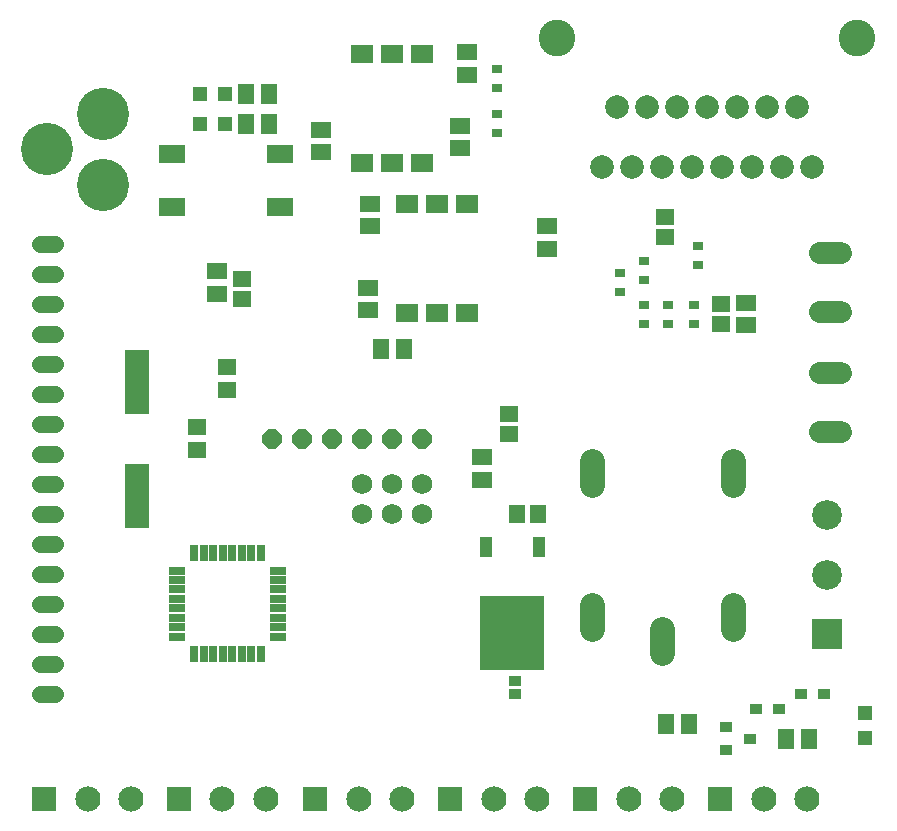
<source format=gts>
G75*
%MOIN*%
%OFA0B0*%
%FSLAX25Y25*%
%IPPOS*%
%LPD*%
%AMOC8*
5,1,8,0,0,1.08239X$1,22.5*
%
%ADD10R,0.06306X0.05518*%
%ADD11R,0.05518X0.06306*%
%ADD12R,0.03550X0.02762*%
%ADD13R,0.04337X0.03550*%
%ADD14OC8,0.06400*%
%ADD15R,0.02600X0.05400*%
%ADD16R,0.05400X0.02600*%
%ADD17C,0.06800*%
%ADD18C,0.17400*%
%ADD19R,0.09900X0.09900*%
%ADD20C,0.09900*%
%ADD21R,0.07408X0.06384*%
%ADD22R,0.03943X0.03550*%
%ADD23R,0.05518X0.06699*%
%ADD24R,0.06699X0.05518*%
%ADD25R,0.03943X0.03746*%
%ADD26C,0.07450*%
%ADD27R,0.08000X0.21400*%
%ADD28R,0.08700X0.05900*%
%ADD29C,0.08200*%
%ADD30R,0.05124X0.05124*%
%ADD31R,0.21660X0.24809*%
%ADD32R,0.04337X0.06699*%
%ADD33R,0.08400X0.08400*%
%ADD34C,0.08400*%
%ADD35C,0.05600*%
%ADD36C,0.07880*%
%ADD37C,0.12200*%
D10*
X0079018Y0136362D03*
X0079018Y0143842D03*
X0089018Y0156362D03*
X0089018Y0163842D03*
X0094018Y0186756D03*
X0094018Y0193449D03*
X0183018Y0148449D03*
X0183018Y0141756D03*
X0253518Y0178256D03*
X0253518Y0184949D03*
X0235018Y0207256D03*
X0235018Y0213949D03*
D11*
X0192364Y0115102D03*
X0185671Y0115102D03*
D12*
X0228018Y0178452D03*
X0228018Y0184752D03*
X0236018Y0184752D03*
X0236018Y0178452D03*
X0244518Y0178452D03*
X0244518Y0184752D03*
X0246018Y0197952D03*
X0246018Y0204252D03*
X0228018Y0199252D03*
X0228018Y0192952D03*
X0220018Y0195252D03*
X0220018Y0188952D03*
X0179018Y0241952D03*
X0179018Y0248252D03*
X0179018Y0256952D03*
X0179018Y0263252D03*
D13*
X0280081Y0055102D03*
X0272955Y0050102D03*
X0265081Y0050102D03*
X0287955Y0055102D03*
D14*
X0154018Y0140102D03*
X0144018Y0140102D03*
X0134018Y0140102D03*
X0124018Y0140102D03*
X0114018Y0140102D03*
X0104018Y0140102D03*
D15*
X0100041Y0102002D03*
X0096892Y0102002D03*
X0093742Y0102002D03*
X0090593Y0102002D03*
X0087443Y0102002D03*
X0084293Y0102002D03*
X0081144Y0102002D03*
X0077994Y0102002D03*
X0077994Y0068202D03*
X0081144Y0068202D03*
X0084293Y0068202D03*
X0087443Y0068202D03*
X0090593Y0068202D03*
X0093742Y0068202D03*
X0096892Y0068202D03*
X0100041Y0068202D03*
D16*
X0105918Y0074078D03*
X0105918Y0077228D03*
X0105918Y0080378D03*
X0105918Y0083527D03*
X0105918Y0086677D03*
X0105918Y0089826D03*
X0105918Y0092976D03*
X0105918Y0096126D03*
X0072118Y0096126D03*
X0072118Y0092976D03*
X0072118Y0089826D03*
X0072118Y0086677D03*
X0072118Y0083527D03*
X0072118Y0080378D03*
X0072118Y0077228D03*
X0072118Y0074078D03*
D17*
X0134018Y0115102D03*
X0144018Y0115102D03*
X0154018Y0115102D03*
X0154018Y0125102D03*
X0144018Y0125102D03*
X0134018Y0125102D03*
D18*
X0047518Y0224665D03*
X0029014Y0236476D03*
X0047518Y0248287D03*
D19*
X0289018Y0075102D03*
D20*
X0289018Y0094787D03*
X0289018Y0114472D03*
D21*
X0169018Y0181815D03*
X0159018Y0181815D03*
X0149018Y0181815D03*
X0149018Y0218389D03*
X0159018Y0218389D03*
X0169018Y0218389D03*
X0154018Y0231815D03*
X0144018Y0231815D03*
X0134018Y0231815D03*
X0134018Y0268389D03*
X0144018Y0268389D03*
X0154018Y0268389D03*
D22*
X0255081Y0043842D03*
X0255081Y0036362D03*
X0263349Y0040102D03*
D23*
X0275278Y0040102D03*
X0282758Y0040102D03*
X0242758Y0045102D03*
X0235278Y0045102D03*
X0147758Y0170102D03*
X0140278Y0170102D03*
X0102758Y0245102D03*
X0095278Y0245102D03*
X0095278Y0255102D03*
X0102758Y0255102D03*
D24*
X0120199Y0243055D03*
X0120199Y0235575D03*
X0136518Y0218342D03*
X0136518Y0210862D03*
X0136018Y0190342D03*
X0136018Y0182862D03*
X0085518Y0188362D03*
X0085518Y0195842D03*
X0166518Y0236862D03*
X0166518Y0244342D03*
X0169018Y0261362D03*
X0169018Y0268842D03*
X0195518Y0210842D03*
X0195518Y0203362D03*
X0262018Y0185342D03*
X0262018Y0177862D03*
X0174018Y0133842D03*
X0174018Y0126362D03*
D25*
X0185018Y0059386D03*
X0185018Y0054819D03*
D26*
X0286493Y0142260D02*
X0293543Y0142260D01*
X0293543Y0161945D02*
X0286493Y0161945D01*
X0286493Y0182260D02*
X0293543Y0182260D01*
X0293543Y0201945D02*
X0286493Y0201945D01*
D27*
X0059018Y0159102D03*
X0059018Y0121102D03*
D28*
X0070618Y0217402D03*
X0070618Y0235102D03*
X0106518Y0235102D03*
X0106518Y0217402D03*
D29*
X0210518Y0132502D02*
X0210518Y0124702D01*
X0210518Y0084502D02*
X0210518Y0076702D01*
X0234018Y0076502D02*
X0234018Y0068702D01*
X0257518Y0076702D02*
X0257518Y0084502D01*
X0257518Y0124702D02*
X0257518Y0132502D01*
D30*
X0301518Y0048736D03*
X0301518Y0040468D03*
X0088152Y0245102D03*
X0079884Y0245102D03*
X0079884Y0255102D03*
X0088152Y0255102D03*
D31*
X0184018Y0075260D03*
D32*
X0192994Y0104000D03*
X0175041Y0104000D03*
D33*
X0028018Y0020102D03*
X0072818Y0020102D03*
X0118318Y0020102D03*
X0163318Y0020102D03*
X0208318Y0020102D03*
X0253318Y0020102D03*
D34*
X0267797Y0020102D03*
X0282277Y0020102D03*
X0237277Y0020102D03*
X0222797Y0020102D03*
X0192277Y0020102D03*
X0177797Y0020102D03*
X0147277Y0020102D03*
X0132797Y0020102D03*
X0101777Y0020102D03*
X0087297Y0020102D03*
X0056977Y0020102D03*
X0042497Y0020102D03*
D35*
X0031618Y0055102D02*
X0026418Y0055102D01*
X0026418Y0065102D02*
X0031618Y0065102D01*
X0031618Y0075102D02*
X0026418Y0075102D01*
X0026418Y0085102D02*
X0031618Y0085102D01*
X0031618Y0095102D02*
X0026418Y0095102D01*
X0026418Y0105102D02*
X0031618Y0105102D01*
X0031618Y0115102D02*
X0026418Y0115102D01*
X0026418Y0125102D02*
X0031618Y0125102D01*
X0031618Y0135102D02*
X0026418Y0135102D01*
X0026418Y0145102D02*
X0031618Y0145102D01*
X0031618Y0155102D02*
X0026418Y0155102D01*
X0026418Y0165102D02*
X0031618Y0165102D01*
X0031618Y0175102D02*
X0026418Y0175102D01*
X0026418Y0185102D02*
X0031618Y0185102D01*
X0031618Y0195102D02*
X0026418Y0195102D01*
X0026418Y0205102D02*
X0031618Y0205102D01*
D36*
X0213782Y0230693D03*
X0223782Y0230693D03*
X0233782Y0230693D03*
X0243782Y0230693D03*
X0253782Y0230693D03*
X0263782Y0230693D03*
X0273782Y0230693D03*
X0283782Y0230693D03*
X0278782Y0250693D03*
X0268782Y0250693D03*
X0258782Y0250693D03*
X0248782Y0250693D03*
X0238782Y0250693D03*
X0228782Y0250693D03*
X0218782Y0250693D03*
D37*
X0199018Y0273602D03*
X0299018Y0273602D03*
M02*

</source>
